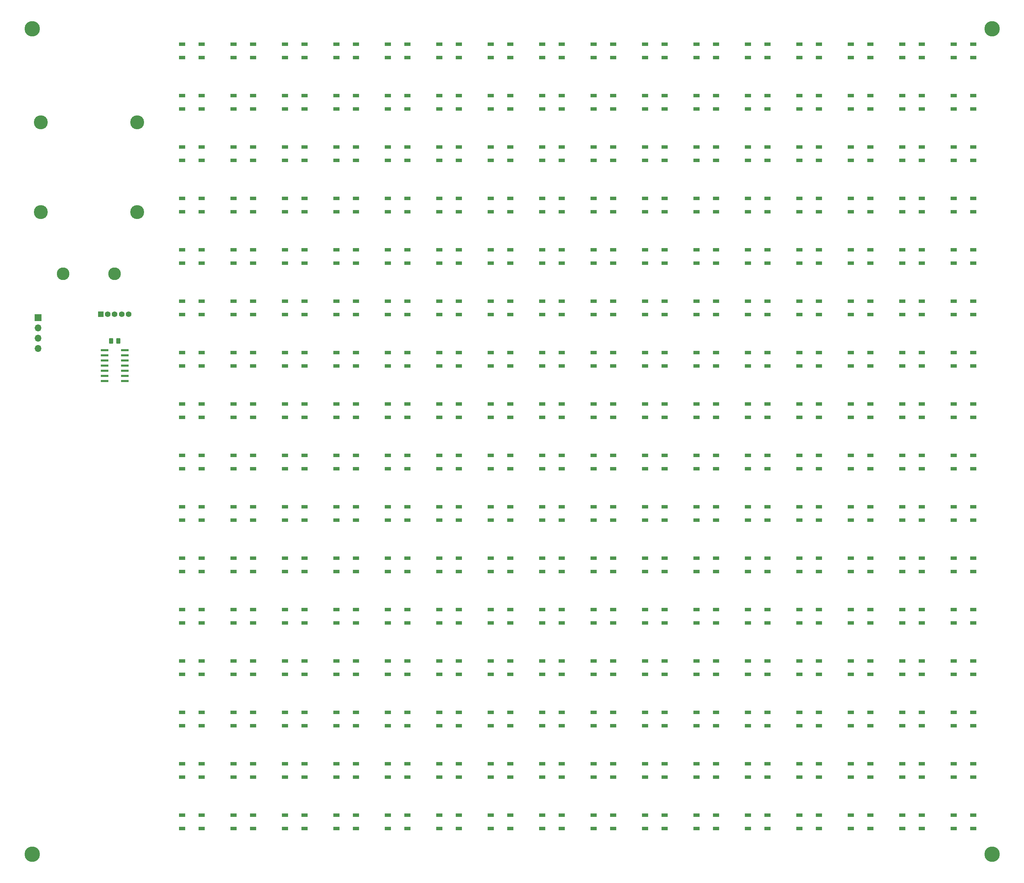
<source format=gbr>
%TF.GenerationSoftware,KiCad,Pcbnew,(7.0.0)*%
%TF.CreationDate,2023-07-18T21:48:05-06:00*%
%TF.ProjectId,led-matrix-v4,6c65642d-6d61-4747-9269-782d76342e6b,0*%
%TF.SameCoordinates,Original*%
%TF.FileFunction,Soldermask,Top*%
%TF.FilePolarity,Negative*%
%FSLAX46Y46*%
G04 Gerber Fmt 4.6, Leading zero omitted, Abs format (unit mm)*
G04 Created by KiCad (PCBNEW (7.0.0)) date 2023-07-18 21:48:05*
%MOMM*%
%LPD*%
G01*
G04 APERTURE LIST*
G04 Aperture macros list*
%AMRoundRect*
0 Rectangle with rounded corners*
0 $1 Rounding radius*
0 $2 $3 $4 $5 $6 $7 $8 $9 X,Y pos of 4 corners*
0 Add a 4 corners polygon primitive as box body*
4,1,4,$2,$3,$4,$5,$6,$7,$8,$9,$2,$3,0*
0 Add four circle primitives for the rounded corners*
1,1,$1+$1,$2,$3*
1,1,$1+$1,$4,$5*
1,1,$1+$1,$6,$7*
1,1,$1+$1,$8,$9*
0 Add four rect primitives between the rounded corners*
20,1,$1+$1,$2,$3,$4,$5,0*
20,1,$1+$1,$4,$5,$6,$7,0*
20,1,$1+$1,$6,$7,$8,$9,0*
20,1,$1+$1,$8,$9,$2,$3,0*%
G04 Aperture macros list end*
%ADD10R,1.500000X0.900000*%
%ADD11R,1.422400X1.422400*%
%ADD12C,1.422400*%
%ADD13RoundRect,0.250000X-0.262500X-0.450000X0.262500X-0.450000X0.262500X0.450000X-0.262500X0.450000X0*%
%ADD14R,1.700000X1.700000*%
%ADD15O,1.700000X1.700000*%
%ADD16C,3.800000*%
%ADD17R,1.981200X0.558800*%
%ADD18C,3.450000*%
%ADD19C,3.126000*%
G04 APERTURE END LIST*
D10*
%TO.C,D196*%
X220699999Y-150449999D03*
X220699999Y-153749999D03*
X225599999Y-153749999D03*
X225599999Y-150449999D03*
%TD*%
%TO.C,D116*%
X119099999Y-226649999D03*
X119099999Y-229949999D03*
X123999999Y-229949999D03*
X123999999Y-226649999D03*
%TD*%
%TO.C,D94*%
X106399999Y-188549999D03*
X106399999Y-191849999D03*
X111299999Y-191849999D03*
X111299999Y-188549999D03*
%TD*%
%TO.C,D33*%
X80999999Y-99649999D03*
X80999999Y-102949999D03*
X85899999Y-102949999D03*
X85899999Y-99649999D03*
%TD*%
%TO.C,D98*%
X93699999Y-201249999D03*
X93699999Y-204549999D03*
X98599999Y-204549999D03*
X98599999Y-201249999D03*
%TD*%
%TO.C,D135*%
X258799999Y-48849999D03*
X258799999Y-52149999D03*
X263699999Y-52149999D03*
X263699999Y-48849999D03*
%TD*%
%TO.C,D80*%
X80999999Y-163149999D03*
X80999999Y-166449999D03*
X85899999Y-166449999D03*
X85899999Y-163149999D03*
%TD*%
%TO.C,D18*%
X93699999Y-74249999D03*
X93699999Y-77549999D03*
X98599999Y-77549999D03*
X98599999Y-74249999D03*
%TD*%
%TO.C,D30*%
X106399999Y-86949999D03*
X106399999Y-90249999D03*
X111299999Y-90249999D03*
X111299999Y-86949999D03*
%TD*%
%TO.C,D35*%
X106399999Y-99649999D03*
X106399999Y-102949999D03*
X111299999Y-102949999D03*
X111299999Y-99649999D03*
%TD*%
%TO.C,D36*%
X119099999Y-99649999D03*
X119099999Y-102949999D03*
X123999999Y-102949999D03*
X123999999Y-99649999D03*
%TD*%
%TO.C,D146*%
X195299999Y-74249999D03*
X195299999Y-77549999D03*
X200199999Y-77549999D03*
X200199999Y-74249999D03*
%TD*%
%TO.C,D71*%
X157199999Y-150449999D03*
X157199999Y-153749999D03*
X162099999Y-153749999D03*
X162099999Y-150449999D03*
%TD*%
%TO.C,D101*%
X131799999Y-201249999D03*
X131799999Y-204549999D03*
X136699999Y-204549999D03*
X136699999Y-201249999D03*
%TD*%
%TO.C,D256*%
X182599999Y-239349999D03*
X182599999Y-242649999D03*
X187499999Y-242649999D03*
X187499999Y-239349999D03*
%TD*%
%TO.C,D244*%
X220699999Y-226649999D03*
X220699999Y-229949999D03*
X225599999Y-229949999D03*
X225599999Y-226649999D03*
%TD*%
D11*
%TO.C,PS1*%
X60999999Y-115524999D03*
D12*
X62700000Y-115525000D03*
X64400000Y-115525000D03*
X66100000Y-115525000D03*
X67800000Y-115525000D03*
%TD*%
D10*
%TO.C,D56*%
X169899999Y-125049999D03*
X169899999Y-128349999D03*
X174799999Y-128349999D03*
X174799999Y-125049999D03*
%TD*%
%TO.C,D208*%
X182599999Y-163149999D03*
X182599999Y-166449999D03*
X187499999Y-166449999D03*
X187499999Y-163149999D03*
%TD*%
%TO.C,D239*%
X195299999Y-213949999D03*
X195299999Y-217249999D03*
X200199999Y-217249999D03*
X200199999Y-213949999D03*
%TD*%
%TO.C,D227*%
X207999999Y-201249999D03*
X207999999Y-204549999D03*
X212899999Y-204549999D03*
X212899999Y-201249999D03*
%TD*%
D13*
%TO.C,R1*%
X63487500Y-122125000D03*
X65312500Y-122125000D03*
%TD*%
D10*
%TO.C,D138*%
X258799999Y-61549999D03*
X258799999Y-64849999D03*
X263699999Y-64849999D03*
X263699999Y-61549999D03*
%TD*%
%TO.C,D82*%
X93699999Y-175849999D03*
X93699999Y-179149999D03*
X98599999Y-179149999D03*
X98599999Y-175849999D03*
%TD*%
%TO.C,D172*%
X233399999Y-112349999D03*
X233399999Y-115649999D03*
X238299999Y-115649999D03*
X238299999Y-112349999D03*
%TD*%
%TO.C,D207*%
X195299999Y-163149999D03*
X195299999Y-166449999D03*
X200199999Y-166449999D03*
X200199999Y-163149999D03*
%TD*%
%TO.C,D235*%
X246099999Y-213949999D03*
X246099999Y-217249999D03*
X250999999Y-217249999D03*
X250999999Y-213949999D03*
%TD*%
%TO.C,D174*%
X207999999Y-112349999D03*
X207999999Y-115649999D03*
X212899999Y-115649999D03*
X212899999Y-112349999D03*
%TD*%
%TO.C,D151*%
X258799999Y-74249999D03*
X258799999Y-77549999D03*
X263699999Y-77549999D03*
X263699999Y-74249999D03*
%TD*%
%TO.C,D199*%
X258799999Y-150449999D03*
X258799999Y-153749999D03*
X263699999Y-153749999D03*
X263699999Y-150449999D03*
%TD*%
%TO.C,D25*%
X169899999Y-86949999D03*
X169899999Y-90249999D03*
X174799999Y-90249999D03*
X174799999Y-86949999D03*
%TD*%
%TO.C,D216*%
X271499999Y-175849999D03*
X271499999Y-179149999D03*
X276399999Y-179149999D03*
X276399999Y-175849999D03*
%TD*%
%TO.C,D96*%
X80999999Y-188549999D03*
X80999999Y-191849999D03*
X85899999Y-191849999D03*
X85899999Y-188549999D03*
%TD*%
%TO.C,D220*%
X233399999Y-188549999D03*
X233399999Y-191849999D03*
X238299999Y-191849999D03*
X238299999Y-188549999D03*
%TD*%
%TO.C,D189*%
X220699999Y-137749999D03*
X220699999Y-141049999D03*
X225599999Y-141049999D03*
X225599999Y-137749999D03*
%TD*%
%TO.C,D45*%
X119099999Y-112349999D03*
X119099999Y-115649999D03*
X123999999Y-115649999D03*
X123999999Y-112349999D03*
%TD*%
%TO.C,D43*%
X144499999Y-112349999D03*
X144499999Y-115649999D03*
X149399999Y-115649999D03*
X149399999Y-112349999D03*
%TD*%
%TO.C,D140*%
X233399999Y-61549999D03*
X233399999Y-64849999D03*
X238299999Y-64849999D03*
X238299999Y-61549999D03*
%TD*%
%TO.C,D134*%
X246099999Y-48849999D03*
X246099999Y-52149999D03*
X250999999Y-52149999D03*
X250999999Y-48849999D03*
%TD*%
%TO.C,D249*%
X271499999Y-239349999D03*
X271499999Y-242649999D03*
X276399999Y-242649999D03*
X276399999Y-239349999D03*
%TD*%
%TO.C,D85*%
X131799999Y-175849999D03*
X131799999Y-179149999D03*
X136699999Y-179149999D03*
X136699999Y-175849999D03*
%TD*%
%TO.C,D240*%
X182599999Y-213949999D03*
X182599999Y-217249999D03*
X187499999Y-217249999D03*
X187499999Y-213949999D03*
%TD*%
%TO.C,D90*%
X157199999Y-188549999D03*
X157199999Y-191849999D03*
X162099999Y-191849999D03*
X162099999Y-188549999D03*
%TD*%
%TO.C,D2*%
X93699999Y-48849999D03*
X93699999Y-52149999D03*
X98599999Y-52149999D03*
X98599999Y-48849999D03*
%TD*%
D14*
%TO.C,J1*%
X45499999Y-116399999D03*
D15*
X45499999Y-118939999D03*
X45499999Y-121479999D03*
X45499999Y-124019999D03*
%TD*%
D10*
%TO.C,D111*%
X93699999Y-213949999D03*
X93699999Y-217249999D03*
X98599999Y-217249999D03*
X98599999Y-213949999D03*
%TD*%
%TO.C,D170*%
X258799999Y-112349999D03*
X258799999Y-115649999D03*
X263699999Y-115649999D03*
X263699999Y-112349999D03*
%TD*%
%TO.C,D39*%
X157199999Y-99649999D03*
X157199999Y-102949999D03*
X162099999Y-102949999D03*
X162099999Y-99649999D03*
%TD*%
%TO.C,D27*%
X144499999Y-86949999D03*
X144499999Y-90249999D03*
X149399999Y-90249999D03*
X149399999Y-86949999D03*
%TD*%
D16*
%TO.C,REF\u002A\u002A*%
X44000000Y-45000000D03*
%TD*%
D10*
%TO.C,D42*%
X157199999Y-112349999D03*
X157199999Y-115649999D03*
X162099999Y-115649999D03*
X162099999Y-112349999D03*
%TD*%
%TO.C,D75*%
X144499999Y-163149999D03*
X144499999Y-166449999D03*
X149399999Y-166449999D03*
X149399999Y-163149999D03*
%TD*%
%TO.C,D28*%
X131799999Y-86949999D03*
X131799999Y-90249999D03*
X136699999Y-90249999D03*
X136699999Y-86949999D03*
%TD*%
%TO.C,D76*%
X131799999Y-163149999D03*
X131799999Y-166449999D03*
X136699999Y-166449999D03*
X136699999Y-163149999D03*
%TD*%
%TO.C,D123*%
X144499999Y-239349999D03*
X144499999Y-242649999D03*
X149399999Y-242649999D03*
X149399999Y-239349999D03*
%TD*%
D16*
%TO.C,REF\u002A\u002A*%
X44000000Y-249000000D03*
%TD*%
D10*
%TO.C,D37*%
X131799999Y-99649999D03*
X131799999Y-102949999D03*
X136699999Y-102949999D03*
X136699999Y-99649999D03*
%TD*%
%TO.C,D54*%
X144499999Y-125049999D03*
X144499999Y-128349999D03*
X149399999Y-128349999D03*
X149399999Y-125049999D03*
%TD*%
%TO.C,D78*%
X106399999Y-163149999D03*
X106399999Y-166449999D03*
X111299999Y-166449999D03*
X111299999Y-163149999D03*
%TD*%
%TO.C,D3*%
X106399999Y-48849999D03*
X106399999Y-52149999D03*
X111299999Y-52149999D03*
X111299999Y-48849999D03*
%TD*%
%TO.C,D9*%
X169899999Y-61549999D03*
X169899999Y-64849999D03*
X174799999Y-64849999D03*
X174799999Y-61549999D03*
%TD*%
%TO.C,D163*%
X207999999Y-99649999D03*
X207999999Y-102949999D03*
X212899999Y-102949999D03*
X212899999Y-99649999D03*
%TD*%
%TO.C,D183*%
X258799999Y-125049999D03*
X258799999Y-128349999D03*
X263699999Y-128349999D03*
X263699999Y-125049999D03*
%TD*%
%TO.C,D126*%
X106399999Y-239349999D03*
X106399999Y-242649999D03*
X111299999Y-242649999D03*
X111299999Y-239349999D03*
%TD*%
D17*
%TO.C,U1*%
X61936199Y-124414999D03*
X61936199Y-125684999D03*
X61936199Y-126954999D03*
X61936199Y-128224999D03*
X61936199Y-129494999D03*
X61936199Y-130764999D03*
X61936199Y-132034999D03*
X66863799Y-132034999D03*
X66863799Y-130764999D03*
X66863799Y-129494999D03*
X66863799Y-128224999D03*
X66863799Y-126954999D03*
X66863799Y-125684999D03*
X66863799Y-124414999D03*
%TD*%
D10*
%TO.C,D93*%
X119099999Y-188549999D03*
X119099999Y-191849999D03*
X123999999Y-191849999D03*
X123999999Y-188549999D03*
%TD*%
%TO.C,D198*%
X246099999Y-150449999D03*
X246099999Y-153749999D03*
X250999999Y-153749999D03*
X250999999Y-150449999D03*
%TD*%
%TO.C,D219*%
X246099999Y-188549999D03*
X246099999Y-191849999D03*
X250999999Y-191849999D03*
X250999999Y-188549999D03*
%TD*%
%TO.C,D171*%
X246099999Y-112349999D03*
X246099999Y-115649999D03*
X250999999Y-115649999D03*
X250999999Y-112349999D03*
%TD*%
%TO.C,D103*%
X157199999Y-201249999D03*
X157199999Y-204549999D03*
X162099999Y-204549999D03*
X162099999Y-201249999D03*
%TD*%
%TO.C,D180*%
X220699999Y-125049999D03*
X220699999Y-128349999D03*
X225599999Y-128349999D03*
X225599999Y-125049999D03*
%TD*%
%TO.C,D229*%
X233399999Y-201249999D03*
X233399999Y-204549999D03*
X238299999Y-204549999D03*
X238299999Y-201249999D03*
%TD*%
%TO.C,D79*%
X93699999Y-163149999D03*
X93699999Y-166449999D03*
X98599999Y-166449999D03*
X98599999Y-163149999D03*
%TD*%
%TO.C,D20*%
X119099999Y-74249999D03*
X119099999Y-77549999D03*
X123999999Y-77549999D03*
X123999999Y-74249999D03*
%TD*%
%TO.C,D141*%
X220699999Y-61549999D03*
X220699999Y-64849999D03*
X225599999Y-64849999D03*
X225599999Y-61549999D03*
%TD*%
%TO.C,D186*%
X258799999Y-137749999D03*
X258799999Y-141049999D03*
X263699999Y-141049999D03*
X263699999Y-137749999D03*
%TD*%
%TO.C,D12*%
X131799999Y-61549999D03*
X131799999Y-64849999D03*
X136699999Y-64849999D03*
X136699999Y-61549999D03*
%TD*%
%TO.C,D124*%
X131799999Y-239349999D03*
X131799999Y-242649999D03*
X136699999Y-242649999D03*
X136699999Y-239349999D03*
%TD*%
%TO.C,D218*%
X258799999Y-188549999D03*
X258799999Y-191849999D03*
X263699999Y-191849999D03*
X263699999Y-188549999D03*
%TD*%
%TO.C,D4*%
X119099999Y-48849999D03*
X119099999Y-52149999D03*
X123999999Y-52149999D03*
X123999999Y-48849999D03*
%TD*%
%TO.C,D122*%
X157199999Y-239349999D03*
X157199999Y-242649999D03*
X162099999Y-242649999D03*
X162099999Y-239349999D03*
%TD*%
%TO.C,D222*%
X207999999Y-188549999D03*
X207999999Y-191849999D03*
X212899999Y-191849999D03*
X212899999Y-188549999D03*
%TD*%
%TO.C,D137*%
X271499999Y-61549999D03*
X271499999Y-64849999D03*
X276399999Y-64849999D03*
X276399999Y-61549999D03*
%TD*%
%TO.C,D190*%
X207999999Y-137749999D03*
X207999999Y-141049999D03*
X212899999Y-141049999D03*
X212899999Y-137749999D03*
%TD*%
%TO.C,D234*%
X258799999Y-213949999D03*
X258799999Y-217249999D03*
X263699999Y-217249999D03*
X263699999Y-213949999D03*
%TD*%
%TO.C,D165*%
X233399999Y-99649999D03*
X233399999Y-102949999D03*
X238299999Y-102949999D03*
X238299999Y-99649999D03*
%TD*%
%TO.C,D13*%
X119099999Y-61549999D03*
X119099999Y-64849999D03*
X123999999Y-64849999D03*
X123999999Y-61549999D03*
%TD*%
%TO.C,D117*%
X131799999Y-226649999D03*
X131799999Y-229949999D03*
X136699999Y-229949999D03*
X136699999Y-226649999D03*
%TD*%
%TO.C,D133*%
X233399999Y-48849999D03*
X233399999Y-52149999D03*
X238299999Y-52149999D03*
X238299999Y-48849999D03*
%TD*%
%TO.C,D252*%
X233399999Y-239349999D03*
X233399999Y-242649999D03*
X238299999Y-242649999D03*
X238299999Y-239349999D03*
%TD*%
%TO.C,D144*%
X182599999Y-61549999D03*
X182599999Y-64849999D03*
X187499999Y-64849999D03*
X187499999Y-61549999D03*
%TD*%
%TO.C,D74*%
X157199999Y-163149999D03*
X157199999Y-166449999D03*
X162099999Y-166449999D03*
X162099999Y-163149999D03*
%TD*%
%TO.C,D250*%
X258799999Y-239349999D03*
X258799999Y-242649999D03*
X263699999Y-242649999D03*
X263699999Y-239349999D03*
%TD*%
%TO.C,D67*%
X106399999Y-150449999D03*
X106399999Y-153749999D03*
X111299999Y-153749999D03*
X111299999Y-150449999D03*
%TD*%
%TO.C,D132*%
X220699999Y-48849999D03*
X220699999Y-52149999D03*
X225599999Y-52149999D03*
X225599999Y-48849999D03*
%TD*%
%TO.C,D241*%
X182599999Y-226649999D03*
X182599999Y-229949999D03*
X187499999Y-229949999D03*
X187499999Y-226649999D03*
%TD*%
%TO.C,D210*%
X195299999Y-175849999D03*
X195299999Y-179149999D03*
X200199999Y-179149999D03*
X200199999Y-175849999D03*
%TD*%
%TO.C,D72*%
X169899999Y-150449999D03*
X169899999Y-153749999D03*
X174799999Y-153749999D03*
X174799999Y-150449999D03*
%TD*%
%TO.C,D87*%
X157199999Y-175849999D03*
X157199999Y-179149999D03*
X162099999Y-179149999D03*
X162099999Y-175849999D03*
%TD*%
%TO.C,D41*%
X169899999Y-112349999D03*
X169899999Y-115649999D03*
X174799999Y-115649999D03*
X174799999Y-112349999D03*
%TD*%
%TO.C,D215*%
X258799999Y-175849999D03*
X258799999Y-179149999D03*
X263699999Y-179149999D03*
X263699999Y-175849999D03*
%TD*%
%TO.C,D206*%
X207999999Y-163149999D03*
X207999999Y-166449999D03*
X212899999Y-166449999D03*
X212899999Y-163149999D03*
%TD*%
%TO.C,D83*%
X106399999Y-175849999D03*
X106399999Y-179149999D03*
X111299999Y-179149999D03*
X111299999Y-175849999D03*
%TD*%
%TO.C,D95*%
X93699999Y-188549999D03*
X93699999Y-191849999D03*
X98599999Y-191849999D03*
X98599999Y-188549999D03*
%TD*%
%TO.C,D110*%
X106399999Y-213949999D03*
X106399999Y-217249999D03*
X111299999Y-217249999D03*
X111299999Y-213949999D03*
%TD*%
%TO.C,D157*%
X220699999Y-86949999D03*
X220699999Y-90249999D03*
X225599999Y-90249999D03*
X225599999Y-86949999D03*
%TD*%
%TO.C,D31*%
X93699999Y-86949999D03*
X93699999Y-90249999D03*
X98599999Y-90249999D03*
X98599999Y-86949999D03*
%TD*%
%TO.C,D40*%
X169899999Y-99649999D03*
X169899999Y-102949999D03*
X174799999Y-102949999D03*
X174799999Y-99649999D03*
%TD*%
%TO.C,D194*%
X195299999Y-150449999D03*
X195299999Y-153749999D03*
X200199999Y-153749999D03*
X200199999Y-150449999D03*
%TD*%
%TO.C,D108*%
X131799999Y-213949999D03*
X131799999Y-217249999D03*
X136699999Y-217249999D03*
X136699999Y-213949999D03*
%TD*%
%TO.C,D17*%
X80999999Y-74249999D03*
X80999999Y-77549999D03*
X85899999Y-77549999D03*
X85899999Y-74249999D03*
%TD*%
%TO.C,D175*%
X195299999Y-112349999D03*
X195299999Y-115649999D03*
X200199999Y-115649999D03*
X200199999Y-112349999D03*
%TD*%
%TO.C,D97*%
X80999999Y-201249999D03*
X80999999Y-204549999D03*
X85899999Y-204549999D03*
X85899999Y-201249999D03*
%TD*%
%TO.C,D204*%
X233399999Y-163149999D03*
X233399999Y-166449999D03*
X238299999Y-166449999D03*
X238299999Y-163149999D03*
%TD*%
%TO.C,D99*%
X106399999Y-201249999D03*
X106399999Y-204549999D03*
X111299999Y-204549999D03*
X111299999Y-201249999D03*
%TD*%
%TO.C,D92*%
X131799999Y-188549999D03*
X131799999Y-191849999D03*
X136699999Y-191849999D03*
X136699999Y-188549999D03*
%TD*%
%TO.C,D195*%
X207999999Y-150449999D03*
X207999999Y-153749999D03*
X212899999Y-153749999D03*
X212899999Y-150449999D03*
%TD*%
%TO.C,D125*%
X119099999Y-239349999D03*
X119099999Y-242649999D03*
X123999999Y-242649999D03*
X123999999Y-239349999D03*
%TD*%
%TO.C,D7*%
X157199999Y-48849999D03*
X157199999Y-52149999D03*
X162099999Y-52149999D03*
X162099999Y-48849999D03*
%TD*%
%TO.C,D173*%
X220699999Y-112349999D03*
X220699999Y-115649999D03*
X225599999Y-115649999D03*
X225599999Y-112349999D03*
%TD*%
%TO.C,D167*%
X258799999Y-99649999D03*
X258799999Y-102949999D03*
X263699999Y-102949999D03*
X263699999Y-99649999D03*
%TD*%
%TO.C,D48*%
X80999999Y-112349999D03*
X80999999Y-115649999D03*
X85899999Y-115649999D03*
X85899999Y-112349999D03*
%TD*%
%TO.C,D128*%
X80999999Y-239349999D03*
X80999999Y-242649999D03*
X85899999Y-242649999D03*
X85899999Y-239349999D03*
%TD*%
%TO.C,D214*%
X246099999Y-175849999D03*
X246099999Y-179149999D03*
X250999999Y-179149999D03*
X250999999Y-175849999D03*
%TD*%
%TO.C,D147*%
X207999999Y-74249999D03*
X207999999Y-77549999D03*
X212899999Y-77549999D03*
X212899999Y-74249999D03*
%TD*%
%TO.C,D63*%
X93699999Y-137749999D03*
X93699999Y-141049999D03*
X98599999Y-141049999D03*
X98599999Y-137749999D03*
%TD*%
%TO.C,D166*%
X246099999Y-99649999D03*
X246099999Y-102949999D03*
X250999999Y-102949999D03*
X250999999Y-99649999D03*
%TD*%
%TO.C,D22*%
X144499999Y-74249999D03*
X144499999Y-77549999D03*
X149399999Y-77549999D03*
X149399999Y-74249999D03*
%TD*%
%TO.C,D21*%
X131799999Y-74249999D03*
X131799999Y-77549999D03*
X136699999Y-77549999D03*
X136699999Y-74249999D03*
%TD*%
%TO.C,D131*%
X207999999Y-48849999D03*
X207999999Y-52149999D03*
X212899999Y-52149999D03*
X212899999Y-48849999D03*
%TD*%
%TO.C,D130*%
X195299999Y-48849999D03*
X195299999Y-52149999D03*
X200199999Y-52149999D03*
X200199999Y-48849999D03*
%TD*%
%TO.C,D26*%
X157199999Y-86949999D03*
X157199999Y-90249999D03*
X162099999Y-90249999D03*
X162099999Y-86949999D03*
%TD*%
%TO.C,D164*%
X220699999Y-99649999D03*
X220699999Y-102949999D03*
X225599999Y-102949999D03*
X225599999Y-99649999D03*
%TD*%
%TO.C,D181*%
X233399999Y-125049999D03*
X233399999Y-128349999D03*
X238299999Y-128349999D03*
X238299999Y-125049999D03*
%TD*%
%TO.C,D24*%
X169899999Y-74249999D03*
X169899999Y-77549999D03*
X174799999Y-77549999D03*
X174799999Y-74249999D03*
%TD*%
%TO.C,D70*%
X144499999Y-150449999D03*
X144499999Y-153749999D03*
X149399999Y-153749999D03*
X149399999Y-150449999D03*
%TD*%
%TO.C,D148*%
X220699999Y-74249999D03*
X220699999Y-77549999D03*
X225599999Y-77549999D03*
X225599999Y-74249999D03*
%TD*%
%TO.C,D221*%
X220699999Y-188549999D03*
X220699999Y-191849999D03*
X225599999Y-191849999D03*
X225599999Y-188549999D03*
%TD*%
%TO.C,D52*%
X119099999Y-125049999D03*
X119099999Y-128349999D03*
X123999999Y-128349999D03*
X123999999Y-125049999D03*
%TD*%
%TO.C,D191*%
X195299999Y-137749999D03*
X195299999Y-141049999D03*
X200199999Y-141049999D03*
X200199999Y-137749999D03*
%TD*%
%TO.C,D106*%
X157199999Y-213949999D03*
X157199999Y-217249999D03*
X162099999Y-217249999D03*
X162099999Y-213949999D03*
%TD*%
%TO.C,D89*%
X169899999Y-188549999D03*
X169899999Y-191849999D03*
X174799999Y-191849999D03*
X174799999Y-188549999D03*
%TD*%
%TO.C,D129*%
X182599999Y-48849999D03*
X182599999Y-52149999D03*
X187499999Y-52149999D03*
X187499999Y-48849999D03*
%TD*%
%TO.C,D182*%
X246099999Y-125049999D03*
X246099999Y-128349999D03*
X250999999Y-128349999D03*
X250999999Y-125049999D03*
%TD*%
%TO.C,D58*%
X157199999Y-137749999D03*
X157199999Y-141049999D03*
X162099999Y-141049999D03*
X162099999Y-137749999D03*
%TD*%
%TO.C,D109*%
X119099999Y-213949999D03*
X119099999Y-217249999D03*
X123999999Y-217249999D03*
X123999999Y-213949999D03*
%TD*%
%TO.C,D193*%
X182599999Y-150449999D03*
X182599999Y-153749999D03*
X187499999Y-153749999D03*
X187499999Y-150449999D03*
%TD*%
%TO.C,D169*%
X271499999Y-112349999D03*
X271499999Y-115649999D03*
X276399999Y-115649999D03*
X276399999Y-112349999D03*
%TD*%
%TO.C,D19*%
X106399999Y-74249999D03*
X106399999Y-77549999D03*
X111299999Y-77549999D03*
X111299999Y-74249999D03*
%TD*%
%TO.C,D47*%
X93699999Y-112349999D03*
X93699999Y-115649999D03*
X98599999Y-115649999D03*
X98599999Y-112349999D03*
%TD*%
%TO.C,D61*%
X119099999Y-137749999D03*
X119099999Y-141049999D03*
X123999999Y-141049999D03*
X123999999Y-137749999D03*
%TD*%
%TO.C,D127*%
X93699999Y-239349999D03*
X93699999Y-242649999D03*
X98599999Y-242649999D03*
X98599999Y-239349999D03*
%TD*%
%TO.C,D102*%
X144499999Y-201249999D03*
X144499999Y-204549999D03*
X149399999Y-204549999D03*
X149399999Y-201249999D03*
%TD*%
%TO.C,D155*%
X246099999Y-86949999D03*
X246099999Y-90249999D03*
X250999999Y-90249999D03*
X250999999Y-86949999D03*
%TD*%
%TO.C,D255*%
X195299999Y-239349999D03*
X195299999Y-242649999D03*
X200199999Y-242649999D03*
X200199999Y-239349999D03*
%TD*%
%TO.C,D119*%
X157199999Y-226649999D03*
X157199999Y-229949999D03*
X162099999Y-229949999D03*
X162099999Y-226649999D03*
%TD*%
%TO.C,D158*%
X207999999Y-86949999D03*
X207999999Y-90249999D03*
X212899999Y-90249999D03*
X212899999Y-86949999D03*
%TD*%
%TO.C,D185*%
X271499999Y-137749999D03*
X271499999Y-141049999D03*
X276399999Y-141049999D03*
X276399999Y-137749999D03*
%TD*%
%TO.C,D46*%
X106399999Y-112349999D03*
X106399999Y-115649999D03*
X111299999Y-115649999D03*
X111299999Y-112349999D03*
%TD*%
%TO.C,D187*%
X246099999Y-137749999D03*
X246099999Y-141049999D03*
X250999999Y-141049999D03*
X250999999Y-137749999D03*
%TD*%
%TO.C,D188*%
X233399999Y-137749999D03*
X233399999Y-141049999D03*
X238299999Y-141049999D03*
X238299999Y-137749999D03*
%TD*%
%TO.C,D44*%
X131799999Y-112349999D03*
X131799999Y-115649999D03*
X136699999Y-115649999D03*
X136699999Y-112349999D03*
%TD*%
%TO.C,D161*%
X182599999Y-99649999D03*
X182599999Y-102949999D03*
X187499999Y-102949999D03*
X187499999Y-99649999D03*
%TD*%
%TO.C,D69*%
X131799999Y-150449999D03*
X131799999Y-153749999D03*
X136699999Y-153749999D03*
X136699999Y-150449999D03*
%TD*%
%TO.C,D202*%
X258799999Y-163149999D03*
X258799999Y-166449999D03*
X263699999Y-166449999D03*
X263699999Y-163149999D03*
%TD*%
%TO.C,D209*%
X182599999Y-175849999D03*
X182599999Y-179149999D03*
X187499999Y-179149999D03*
X187499999Y-175849999D03*
%TD*%
%TO.C,D62*%
X106399999Y-137749999D03*
X106399999Y-141049999D03*
X111299999Y-141049999D03*
X111299999Y-137749999D03*
%TD*%
%TO.C,D11*%
X144499999Y-61549999D03*
X144499999Y-64849999D03*
X149399999Y-64849999D03*
X149399999Y-61549999D03*
%TD*%
%TO.C,D88*%
X169899999Y-175849999D03*
X169899999Y-179149999D03*
X174799999Y-179149999D03*
X174799999Y-175849999D03*
%TD*%
%TO.C,D177*%
X182599999Y-125049999D03*
X182599999Y-128349999D03*
X187499999Y-128349999D03*
X187499999Y-125049999D03*
%TD*%
%TO.C,D107*%
X144499999Y-213949999D03*
X144499999Y-217249999D03*
X149399999Y-217249999D03*
X149399999Y-213949999D03*
%TD*%
%TO.C,D168*%
X271499999Y-99649999D03*
X271499999Y-102949999D03*
X276399999Y-102949999D03*
X276399999Y-99649999D03*
%TD*%
%TO.C,D149*%
X233399999Y-74249999D03*
X233399999Y-77549999D03*
X238299999Y-77549999D03*
X238299999Y-74249999D03*
%TD*%
%TO.C,D153*%
X271499999Y-86949999D03*
X271499999Y-90249999D03*
X276399999Y-90249999D03*
X276399999Y-86949999D03*
%TD*%
%TO.C,D203*%
X246099999Y-163149999D03*
X246099999Y-166449999D03*
X250999999Y-166449999D03*
X250999999Y-163149999D03*
%TD*%
%TO.C,D16*%
X80999999Y-61549999D03*
X80999999Y-64849999D03*
X85899999Y-64849999D03*
X85899999Y-61549999D03*
%TD*%
%TO.C,D1*%
X80999999Y-48849999D03*
X80999999Y-52149999D03*
X85899999Y-52149999D03*
X85899999Y-48849999D03*
%TD*%
%TO.C,D118*%
X144499999Y-226649999D03*
X144499999Y-229949999D03*
X149399999Y-229949999D03*
X149399999Y-226649999D03*
%TD*%
%TO.C,D162*%
X195299999Y-99649999D03*
X195299999Y-102949999D03*
X200199999Y-102949999D03*
X200199999Y-99649999D03*
%TD*%
%TO.C,D142*%
X207999999Y-61549999D03*
X207999999Y-64849999D03*
X212899999Y-64849999D03*
X212899999Y-61549999D03*
%TD*%
%TO.C,D68*%
X119099999Y-150449999D03*
X119099999Y-153749999D03*
X123999999Y-153749999D03*
X123999999Y-150449999D03*
%TD*%
%TO.C,D213*%
X233399999Y-175849999D03*
X233399999Y-179149999D03*
X238299999Y-179149999D03*
X238299999Y-175849999D03*
%TD*%
%TO.C,D53*%
X131799999Y-125049999D03*
X131799999Y-128349999D03*
X136699999Y-128349999D03*
X136699999Y-125049999D03*
%TD*%
%TO.C,D5*%
X131799999Y-48849999D03*
X131799999Y-52149999D03*
X136699999Y-52149999D03*
X136699999Y-48849999D03*
%TD*%
%TO.C,D231*%
X258799999Y-201249999D03*
X258799999Y-204549999D03*
X263699999Y-204549999D03*
X263699999Y-201249999D03*
%TD*%
%TO.C,D217*%
X271499999Y-188549999D03*
X271499999Y-191849999D03*
X276399999Y-191849999D03*
X276399999Y-188549999D03*
%TD*%
%TO.C,D232*%
X271499999Y-201249999D03*
X271499999Y-204549999D03*
X276399999Y-204549999D03*
X276399999Y-201249999D03*
%TD*%
%TO.C,D212*%
X220699999Y-175849999D03*
X220699999Y-179149999D03*
X225599999Y-179149999D03*
X225599999Y-175849999D03*
%TD*%
%TO.C,D59*%
X144499999Y-137749999D03*
X144499999Y-141049999D03*
X149399999Y-141049999D03*
X149399999Y-137749999D03*
%TD*%
%TO.C,D251*%
X246099999Y-239349999D03*
X246099999Y-242649999D03*
X250999999Y-242649999D03*
X250999999Y-239349999D03*
%TD*%
%TO.C,D159*%
X195299999Y-86949999D03*
X195299999Y-90249999D03*
X200199999Y-90249999D03*
X200199999Y-86949999D03*
%TD*%
%TO.C,D223*%
X195299999Y-188549999D03*
X195299999Y-191849999D03*
X200199999Y-191849999D03*
X200199999Y-188549999D03*
%TD*%
%TO.C,D211*%
X207999999Y-175849999D03*
X207999999Y-179149999D03*
X212899999Y-179149999D03*
X212899999Y-175849999D03*
%TD*%
%TO.C,D104*%
X169899999Y-201249999D03*
X169899999Y-204549999D03*
X174799999Y-204549999D03*
X174799999Y-201249999D03*
%TD*%
%TO.C,D197*%
X233399999Y-150449999D03*
X233399999Y-153749999D03*
X238299999Y-153749999D03*
X238299999Y-150449999D03*
%TD*%
%TO.C,D10*%
X157199999Y-61549999D03*
X157199999Y-64849999D03*
X162099999Y-64849999D03*
X162099999Y-61549999D03*
%TD*%
%TO.C,D152*%
X271499999Y-74249999D03*
X271499999Y-77549999D03*
X276399999Y-77549999D03*
X276399999Y-74249999D03*
%TD*%
%TO.C,D242*%
X195299999Y-226649999D03*
X195299999Y-229949999D03*
X200199999Y-229949999D03*
X200199999Y-226649999D03*
%TD*%
%TO.C,D243*%
X207999999Y-226649999D03*
X207999999Y-229949999D03*
X212899999Y-229949999D03*
X212899999Y-226649999D03*
%TD*%
%TO.C,D253*%
X220699999Y-239349999D03*
X220699999Y-242649999D03*
X225599999Y-242649999D03*
X225599999Y-239349999D03*
%TD*%
%TO.C,D60*%
X131799999Y-137749999D03*
X131799999Y-141049999D03*
X136699999Y-141049999D03*
X136699999Y-137749999D03*
%TD*%
%TO.C,D65*%
X80999999Y-150449999D03*
X80999999Y-153749999D03*
X85899999Y-153749999D03*
X85899999Y-150449999D03*
%TD*%
%TO.C,D238*%
X207999999Y-213949999D03*
X207999999Y-217249999D03*
X212899999Y-217249999D03*
X212899999Y-213949999D03*
%TD*%
%TO.C,D91*%
X144499999Y-188549999D03*
X144499999Y-191849999D03*
X149399999Y-191849999D03*
X149399999Y-188549999D03*
%TD*%
%TO.C,D228*%
X220699999Y-201249999D03*
X220699999Y-204549999D03*
X225599999Y-204549999D03*
X225599999Y-201249999D03*
%TD*%
%TO.C,D14*%
X106399999Y-61549999D03*
X106399999Y-64849999D03*
X111299999Y-64849999D03*
X111299999Y-61549999D03*
%TD*%
%TO.C,D200*%
X271499999Y-150449999D03*
X271499999Y-153749999D03*
X276399999Y-153749999D03*
X276399999Y-150449999D03*
%TD*%
%TO.C,D136*%
X271499999Y-48849999D03*
X271499999Y-52149999D03*
X276399999Y-52149999D03*
X276399999Y-48849999D03*
%TD*%
%TO.C,D254*%
X207999999Y-239349999D03*
X207999999Y-242649999D03*
X212899999Y-242649999D03*
X212899999Y-239349999D03*
%TD*%
%TO.C,D73*%
X169899999Y-163149999D03*
X169899999Y-166449999D03*
X174799999Y-166449999D03*
X174799999Y-163149999D03*
%TD*%
%TO.C,D112*%
X80999999Y-213949999D03*
X80999999Y-217249999D03*
X85899999Y-217249999D03*
X85899999Y-213949999D03*
%TD*%
%TO.C,D8*%
X169899999Y-48849999D03*
X169899999Y-52149999D03*
X174799999Y-52149999D03*
X174799999Y-48849999D03*
%TD*%
%TO.C,D34*%
X93699999Y-99649999D03*
X93699999Y-102949999D03*
X98599999Y-102949999D03*
X98599999Y-99649999D03*
%TD*%
%TO.C,D121*%
X169899999Y-239349999D03*
X169899999Y-242649999D03*
X174799999Y-242649999D03*
X174799999Y-239349999D03*
%TD*%
%TO.C,D226*%
X195299999Y-201249999D03*
X195299999Y-204549999D03*
X200199999Y-204549999D03*
X200199999Y-201249999D03*
%TD*%
%TO.C,D150*%
X246099999Y-74249999D03*
X246099999Y-77549999D03*
X250999999Y-77549999D03*
X250999999Y-74249999D03*
%TD*%
%TO.C,D224*%
X182599999Y-188549999D03*
X182599999Y-191849999D03*
X187499999Y-191849999D03*
X187499999Y-188549999D03*
%TD*%
%TO.C,D156*%
X233399999Y-86949999D03*
X233399999Y-90249999D03*
X238299999Y-90249999D03*
X238299999Y-86949999D03*
%TD*%
%TO.C,D154*%
X258799999Y-86949999D03*
X258799999Y-90249999D03*
X263699999Y-90249999D03*
X263699999Y-86949999D03*
%TD*%
%TO.C,D55*%
X157199999Y-125049999D03*
X157199999Y-128349999D03*
X162099999Y-128349999D03*
X162099999Y-125049999D03*
%TD*%
%TO.C,D64*%
X80999999Y-137749999D03*
X80999999Y-141049999D03*
X85899999Y-141049999D03*
X85899999Y-137749999D03*
%TD*%
D16*
%TO.C,REF\u002A\u002A*%
X281000000Y-45000000D03*
%TD*%
D10*
%TO.C,D120*%
X169899999Y-226649999D03*
X169899999Y-229949999D03*
X174799999Y-229949999D03*
X174799999Y-226649999D03*
%TD*%
%TO.C,D201*%
X271499999Y-163149999D03*
X271499999Y-166449999D03*
X276399999Y-166449999D03*
X276399999Y-163149999D03*
%TD*%
%TO.C,D51*%
X106399999Y-125049999D03*
X106399999Y-128349999D03*
X111299999Y-128349999D03*
X111299999Y-125049999D03*
%TD*%
%TO.C,D230*%
X246099999Y-201249999D03*
X246099999Y-204549999D03*
X250999999Y-204549999D03*
X250999999Y-201249999D03*
%TD*%
%TO.C,D139*%
X246099999Y-61549999D03*
X246099999Y-64849999D03*
X250999999Y-64849999D03*
X250999999Y-61549999D03*
%TD*%
%TO.C,D143*%
X195299999Y-61549999D03*
X195299999Y-64849999D03*
X200199999Y-64849999D03*
X200199999Y-61549999D03*
%TD*%
%TO.C,D113*%
X80999999Y-226649999D03*
X80999999Y-229949999D03*
X85899999Y-229949999D03*
X85899999Y-226649999D03*
%TD*%
%TO.C,D100*%
X119099999Y-201249999D03*
X119099999Y-204549999D03*
X123999999Y-204549999D03*
X123999999Y-201249999D03*
%TD*%
%TO.C,D192*%
X182599999Y-137749999D03*
X182599999Y-141049999D03*
X187499999Y-141049999D03*
X187499999Y-137749999D03*
%TD*%
D16*
%TO.C,REF\u002A\u002A*%
X281000000Y-249000000D03*
%TD*%
D10*
%TO.C,D15*%
X93699999Y-61549999D03*
X93699999Y-64849999D03*
X98599999Y-64849999D03*
X98599999Y-61549999D03*
%TD*%
%TO.C,D176*%
X182599999Y-112349999D03*
X182599999Y-115649999D03*
X187499999Y-115649999D03*
X187499999Y-112349999D03*
%TD*%
%TO.C,D57*%
X169899999Y-137749999D03*
X169899999Y-141049999D03*
X174799999Y-141049999D03*
X174799999Y-137749999D03*
%TD*%
%TO.C,D248*%
X271499999Y-226649999D03*
X271499999Y-229949999D03*
X276399999Y-229949999D03*
X276399999Y-226649999D03*
%TD*%
%TO.C,D236*%
X233399999Y-213949999D03*
X233399999Y-217249999D03*
X238299999Y-217249999D03*
X238299999Y-213949999D03*
%TD*%
%TO.C,D245*%
X233399999Y-226649999D03*
X233399999Y-229949999D03*
X238299999Y-229949999D03*
X238299999Y-226649999D03*
%TD*%
%TO.C,D233*%
X271499999Y-213949999D03*
X271499999Y-217249999D03*
X276399999Y-217249999D03*
X276399999Y-213949999D03*
%TD*%
%TO.C,D178*%
X195299999Y-125049999D03*
X195299999Y-128349999D03*
X200199999Y-128349999D03*
X200199999Y-125049999D03*
%TD*%
%TO.C,D145*%
X182599999Y-74249999D03*
X182599999Y-77549999D03*
X187499999Y-77549999D03*
X187499999Y-74249999D03*
%TD*%
%TO.C,D84*%
X119099999Y-175849999D03*
X119099999Y-179149999D03*
X123999999Y-179149999D03*
X123999999Y-175849999D03*
%TD*%
%TO.C,D32*%
X80999999Y-86949999D03*
X80999999Y-90249999D03*
X85899999Y-90249999D03*
X85899999Y-86949999D03*
%TD*%
%TO.C,D86*%
X144499999Y-175849999D03*
X144499999Y-179149999D03*
X149399999Y-179149999D03*
X149399999Y-175849999D03*
%TD*%
%TO.C,D49*%
X80999999Y-125049999D03*
X80999999Y-128349999D03*
X85899999Y-128349999D03*
X85899999Y-125049999D03*
%TD*%
%TO.C,D225*%
X182599999Y-201249999D03*
X182599999Y-204549999D03*
X187499999Y-204549999D03*
X187499999Y-201249999D03*
%TD*%
%TO.C,D179*%
X207999999Y-125049999D03*
X207999999Y-128349999D03*
X212899999Y-128349999D03*
X212899999Y-125049999D03*
%TD*%
%TO.C,D6*%
X144499999Y-48849999D03*
X144499999Y-52149999D03*
X149399999Y-52149999D03*
X149399999Y-48849999D03*
%TD*%
%TO.C,D77*%
X119099999Y-163149999D03*
X119099999Y-166449999D03*
X123999999Y-166449999D03*
X123999999Y-163149999D03*
%TD*%
%TO.C,D237*%
X220699999Y-213949999D03*
X220699999Y-217249999D03*
X225599999Y-217249999D03*
X225599999Y-213949999D03*
%TD*%
%TO.C,D81*%
X80999999Y-175849999D03*
X80999999Y-179149999D03*
X85899999Y-179149999D03*
X85899999Y-175849999D03*
%TD*%
%TO.C,D23*%
X157199999Y-74249999D03*
X157199999Y-77549999D03*
X162099999Y-77549999D03*
X162099999Y-74249999D03*
%TD*%
%TO.C,D50*%
X93699999Y-125049999D03*
X93699999Y-128349999D03*
X98599999Y-128349999D03*
X98599999Y-125049999D03*
%TD*%
%TO.C,D66*%
X93699999Y-150449999D03*
X93699999Y-153749999D03*
X98599999Y-153749999D03*
X98599999Y-150449999D03*
%TD*%
%TO.C,D247*%
X258799999Y-226649999D03*
X258799999Y-229949999D03*
X263699999Y-229949999D03*
X263699999Y-226649999D03*
%TD*%
%TO.C,D105*%
X169899999Y-213949999D03*
X169899999Y-217249999D03*
X174799999Y-217249999D03*
X174799999Y-213949999D03*
%TD*%
%TO.C,D115*%
X106399999Y-226649999D03*
X106399999Y-229949999D03*
X111299999Y-229949999D03*
X111299999Y-226649999D03*
%TD*%
%TO.C,D205*%
X220699999Y-163149999D03*
X220699999Y-166449999D03*
X225599999Y-166449999D03*
X225599999Y-163149999D03*
%TD*%
%TO.C,D114*%
X93699999Y-226649999D03*
X93699999Y-229949999D03*
X98599999Y-229949999D03*
X98599999Y-226649999D03*
%TD*%
%TO.C,D29*%
X119099999Y-86949999D03*
X119099999Y-90249999D03*
X123999999Y-90249999D03*
X123999999Y-86949999D03*
%TD*%
%TO.C,D160*%
X182599999Y-86949999D03*
X182599999Y-90249999D03*
X187499999Y-90249999D03*
X187499999Y-86949999D03*
%TD*%
%TO.C,D38*%
X144499999Y-99649999D03*
X144499999Y-102949999D03*
X149399999Y-102949999D03*
X149399999Y-99649999D03*
%TD*%
%TO.C,D246*%
X246099999Y-226649999D03*
X246099999Y-229949999D03*
X250999999Y-229949999D03*
X250999999Y-226649999D03*
%TD*%
%TO.C,D184*%
X271499999Y-125049999D03*
X271499999Y-128349999D03*
X276399999Y-128349999D03*
X276399999Y-125049999D03*
%TD*%
D18*
%TO.C,BT1*%
X46135000Y-90360000D03*
X69965000Y-90360000D03*
X46135000Y-68130000D03*
X69965000Y-68130000D03*
D19*
X51700000Y-105600000D03*
X64400000Y-105600000D03*
%TD*%
M02*

</source>
